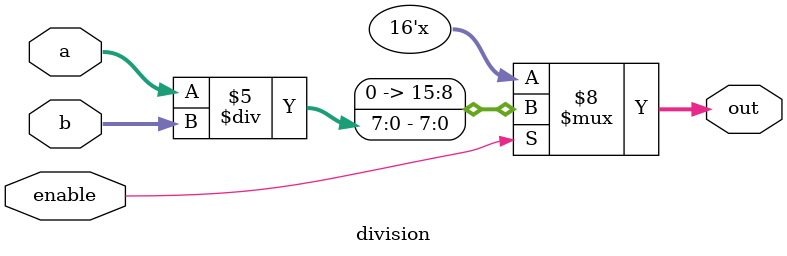
<source format=v>
module ALU_top_module (
    input [15:0] DIN,
    input clk, rstn, run,
    output reg done,
    output reg [15:0] G
);
    reg [15:0] IR, R0, R1;
    reg [7:0] A;
    reg [1:0] ns, cs;
    reg IRin, G_in, and_en, or_en, nand_en, xor_en, xnor_en, nor_en, not_en, left_shift_en, right_shift_en, incrementer_enable, decrementer_enable, adder_en, subtracter_en, multiplier_en, division_en;

    wire [15:0] G0, G1, G2, G3, G4, G5, G6, G7, G8, G9, G10, G11, G12, G13, G14;

    parameter T0 = 2'b00, T1 = 2'b01, T2 = 2'b11;
    parameter I0 = 4'd0, I1 = 4'd1, I2 = 4'd2, I3 = 4'd3, I4 = 4'd4, I5 = 4'd5, I6 = 4'd6, I7 = 4'd7, I8 = 4'd8, I9 = 4'd9, I10 = 4'd10, I11 = 4'd11, I12 = 4'd12, I13 = 4'd13, I14= 4'd14, I15 = 4'd15;
    //parameter K0 = 3'd0, K1 = 3'd1, K2 = 3'd2, K3 = 3'd3, K4  = 3'd4, K5  = 3'd5, K6 = 3'd6, K7 = 3'd7;

    wire [3:0] IIII;
    wire Rx;
    wire [7:0] Dy;
    wire [2:0]mov_inter;

    assign IIII = IR[15:12];
    assign Rx = IR[8];
    assign Dy = IR[7:0];
    assign mov_inter = IR[11:9];
    
    always @(posedge clk or negedge rstn) begin
        if (!rstn) begin
            ns <= 0;
            cs <= 0;
            IR <= 0;
            R0 <= 0;
            R1 <= 0;
            IRin <= 0;
            and_en <=0;
            or_en <=0;
            nand_en <=0; 
            xor_en <=0; 
            xnor_en <=0; 
            nor_en <=0;
            not_en <=0;
            left_shift_en <=0;
            right_shift_en <= 0;
            incrementer_enable <= 0;
            decrementer_enable <= 0;
            adder_en <= 0;
            subtracter_en <= 0;
            division_en <= 0;
            multiplier_en <= 0;
            done <= 0;
            
        end
        else begin
            cs <= ns;
        end
    end

    always @(*) begin
        case (cs)
            T0: begin
                and_en <=0;
                or_en <=0;
                nand_en <=0; 
                xor_en <=0; 
                xnor_en <=0; 
                nor_en <=0;
                not_en <=0;
                left_shift_en <= 0;
                right_shift_en <= 0;
                incrementer_enable <=0;
                decrementer_enable <= 0;
                adder_en <= 0;
                subtracter_en <= 0;
                multiplier_en <= 0;
                division_en <= 0;
                G_in = 0;
                if (!run) begin
                    ns = T0;
                end
                else begin
                    IRin = 1;
                    ns = T1;
                end
            end
            T1: begin
                if (IIII == I0) begin
                    case (Rx)
                        0: R0 = Dy;
                        1: R1 = Dy;
                        default: ;
                    endcase
                    ns = T0;
                    done = 1;
                end
                else begin
                    case (Rx)
                        0: A = R0;
                        1: A = R1;
                    endcase
                    ns = T2;
                end
            end
            T2: begin
                case (IIII)
                    I1: and_en = 1;
                    I2: or_en = 1;
                    I3: nand_en = 1;
                    I4: xor_en = 1;
                    I5: xnor_en = 1;
                    I6: nor_en = 1;
                    I7: not_en = 1;
                    I8: left_shift_en = 1;
                    I9: right_shift_en = 1;
                    I10: incrementer_enable = 1;
                    I11: decrementer_enable = 1;
                    I12: adder_en = 1;
                    I13: subtracter_en = 1;
                    I14: multiplier_en = 1;
                    I15: division_en = 1;
                    default: ;
                endcase
                ns = T0;
                G_in = 1;
            end
        endcase
    end

    always @(posedge clk) begin
        if (IRin) begin
            IR <= DIN;
        end
        if (G_in) begin
            //G <= G0 | G1 | G2 | G3 | G4 | G5 | G6 | G7 | G8 | G9 | G10 | G11 | G12 | G13 | G14;
            if (cs == T2 & multiplier_en==1)
            G = G13;
            if (cs == T2 & division_en==1)
            G = G14; 
            if (cs == T2 & adder_en==1)
            G = G11;
            if (cs == T2 & subtracter_en==1)
            G = G12;
            if (cs == T2 & and_en==1)
            G = G0;
            if (cs == T2 & or_en==1)
            G = G1;  
            if (cs == T2 & nand_en==1)
            G = G2;
            if (cs == T2 & xor_en==1)
            G = G3;
            if (cs == T2 & xnor_en==1)
            G = G4;
            if (cs == T2 & nor_en==1)
            G = G5;
            if (cs == T2 & not_en==1)
            G = G6;
            if (cs == T2 & left_shift_en==1)
            G = G7;
            if (cs == T2 & right_shift_en==1)
            G = G8;
            if (cs == T2 & incrementer_enable==1)
            G = G9;
            if (cs == T2 & decrementer_enable==1)
            G = G10;
        end
    end

    and_gate a1 (.a(A), .b(Dy), .enable(and_en), .out(G0));
    or_gate a2 (.a(A), .b(Dy), .enable(or_en), .out(G1));
    nand_gate a3 (.a(A), .b(Dy), .enable(nand_en), .out(G2));
    xor_gate a4 (.a(A), .b(Dy), .enable(xor_en), .out(G3));
    xnor_gate a5 (.a(A), .b(Dy), .enable(xnor_en), .out(G4));
    nor_gate a6 (.a(A), .b(Dy), .enable(nor_en), .out(G5));
    not_gate a7 (.b(A), .a(Dy), .enable(not_en), .out(G6));
    left_shift a8(.b(A),.a(Dy), .enable(left_shift_en), .shift_amount(mov_inter) ,.out(G7));
    right_shift a9(.b(A),.a(Dy),.enable(right_shift_en),.shift_amount(mov_inter),.out(G8));
    incrementer a10(.a(A),.b(Dy),.enable(incrementer_enable),.out(G9));
    decrementer a11(.a(A),.b(Dy),.enable(decrementer_enable),.out(G10));
    adder a12(.a(A),.b(Dy),.enable(adder_en),.out(G11));
    subtracter a13(.a(A),.b(Dy),.enable(subtracter_en),.out(G12));
    booth_new a14(.A(A),.B(Dy),.enable(multiplier_en),.Z(G13));
    division a15 (.a(A),.b(Dy),.enable(division_en),.out(G14));
endmodule








//And Gate
module and_gate(a,b,enable,out);
input [7:0]a,b;
output [15:0]out;
input enable;
reg [15:0]out;
initial out = 16'b0;
always @(*)begin
    if(enable)begin
        out <= {8'b0, a & b};
    end
end
endmodule


//Or gate
module or_gate(a,b,enable,out);
input [7:0]a,b;
output [15:0]out;
reg [15:0]out;
input enable;
initial out = 16'b0;
always @(*)begin
    if(enable)begin
        out <= {8'b0, a | b};
    end
end
endmodule


//Nand gate
module nand_gate(a,b,enable,out);
input [7:0]a,b;
output [15:0]out;
reg [15:0]out;
input enable;
initial out = 16'b0;
always @(*)begin
    if(enable)begin
        out <= {8'b0, ~(a & b)};
    end
end
endmodule


//Xor gate
module xor_gate(a,b,enable,out);
input [7:0]a,b;
output [15:0]out;
reg [15:0]out;
input enable;
initial out = 16'b0;
always @(*)begin
    if(enable)begin
        out <= {8'b0, a ^ b};
    end
end
endmodule


//Xnor Gate
module xnor_gate(a,b,enable,out);
input [7:0]a,b;
output [15:0]out;
reg [15:0]out;
input enable;
initial out = 16'b0;
always @(*)begin
    if(enable)begin
        out <= {8'b0, ~(a ^ b)};
    end
end
endmodule


//Nor Gate
module nor_gate(a,b,enable,out);
input [7:0]a,b;
output [15:0]out;
reg [15:0]out;
input enable;
initial out = 16'b0;
always @(*)begin
    if(enable)begin
        out <= {8'b0, ~(a | b)};
    end
end
endmodule


//Not gate
module not_gate(a,b,enable,out);
input [7:0]a,b;
output [15:0]out;
reg [15:0]out;
input enable;
initial out = 16'b0;
always @(*)begin
    if(enable)begin
        out = ~a;
        //b = 8'b0;
    end
end
endmodule


module left_shift(a,b,enable,out,shift_amount);
input [7:0]a,b;
output [15:0]out;
input enable;
input [2:0]shift_amount;
reg [15:0]out;
reg [7:0]int_out1, int_out2;
integer i = 0;
always @(*)begin
    if(enable)begin
        for(i=0;i<shift_amount+1;i=i+1) begin
            int_out1 = a << i;
            int_out2 = b << i;
        end
        out = {int_out1, int_out2};
    end
    else begin
        out = 16'b0;
    end
end
endmodule

module right_shift(a,b,enable,out,shift_amount);
input [7:0]a,b;
output [15:0]out;
input enable;
input [2:0]shift_amount;
reg [15:0]out;
reg [7:0]int_out1,int_out2;
integer i = 0;
always @(*)begin
    if(enable)begin
        for(i=0;i<shift_amount+1;i=i+1) begin
            int_out1 = a >> i;
            int_out2 = b >> i;
        end
        out = {int_out1, int_out2};
    end
    else begin
        out = 16'b0;
    end
end
endmodule

module incrementer(a,b,enable,out);
input [7:0]a,b;
output reg [15:0]out;
reg [7:0]out1;
reg [7:0]out2;
input enable;
initial out = 16'b0;
always @(*)begin
    if(enable)begin
        out1 = a + 1;
        out2 = b + 1;
        out = {out1, out2};
    end
end
endmodule

module decrementer(a,b,enable,out);
input [7:0]a,b;
output reg [15:0]out;
reg [7:0]out1;
reg [7:0]out2;
input enable;
initial out = 16'b0;
always @(*)begin
    if(enable)begin
        out1 = a - 1;
        out2 = b - 1;
        out = {out1, out2};
    end
end
endmodule


module adder(a,b,enable,out);
input [7:0]a,b;
input enable;
output [15:0]out;
reg [15:0]out;
initial out = 16'b0;
always@(*)begin
    if(enable) begin
        out = {8'b0, a + b};
    end
end
endmodule


module subtracter(a,b,enable,out);
input [7:0]a,b;
input enable;
output [15:0]out;
reg [15:0]out;
initial out = 16'b0;
always@(*)begin
    if(enable) begin
        out = {8'b0, a - b};
    end
end
endmodule


module booth_new(
    input signed [7:0] A,  
    input signed [7:0] B,   
    input enable, 
    output reg signed [15:0] Z    
);

reg signed [16:0] P;
reg signed [8:0] M, M_neg;
reg [8:0] Q; 
integer i;
initial Z = 16'b0;
    always @(*) begin
        if(enable)begin
            M = {A[7], A};
            M_neg = -M; 
            Q = {B, 1'b0}; 
            P = 17'b0;
            for (i = 0; i < 8; i = i + 1) begin
                case (Q[1:0])
                    2'b10: P = P + {M_neg, 8'b0};
                    2'b01: P = P + {M, 8'b0}; 
                endcase
                P = P >>> 1; 
                Q = Q >> 1;
            end
        end
        Z = P[15:0]; 
    end
endmodule


module division(a,b,enable,out);
input [7:0]a,b;
input enable;
output [15:0]out;
reg [15:0]out;
initial out = 16'b0;
always@(*)begin
    if(enable) begin
        out = {8'b0, a / b};
    end
end
endmodule



</source>
